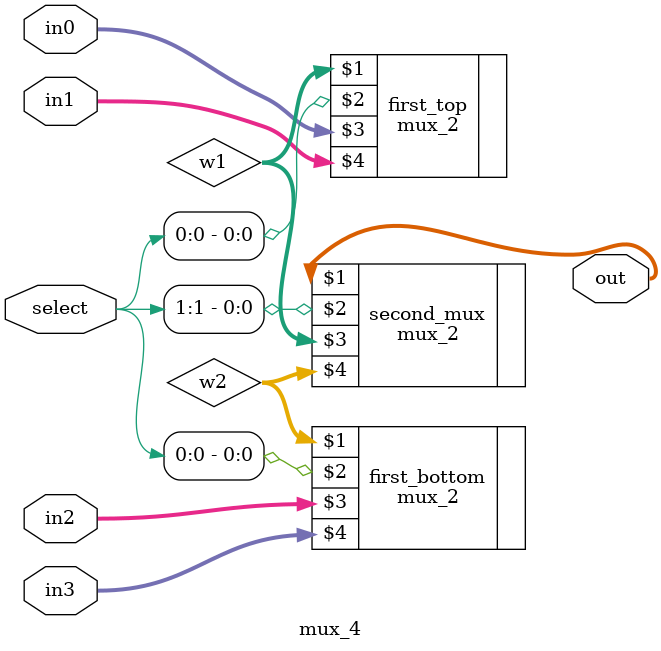
<source format=v>
module mux_4(out, select, in0, in1, in2, in3);
    input [1:0] select;
    input [31:0] in0, in1, in2, in3;

    output [31:0] out;

    wire [31:0] w1, w2;

    mux_2 first_top(w1, select[0], in0, in1);
    mux_2 first_bottom(w2, select[0], in2, in3);
    mux_2 second_mux(out, select[1], w1, w2);

endmodule
</source>
